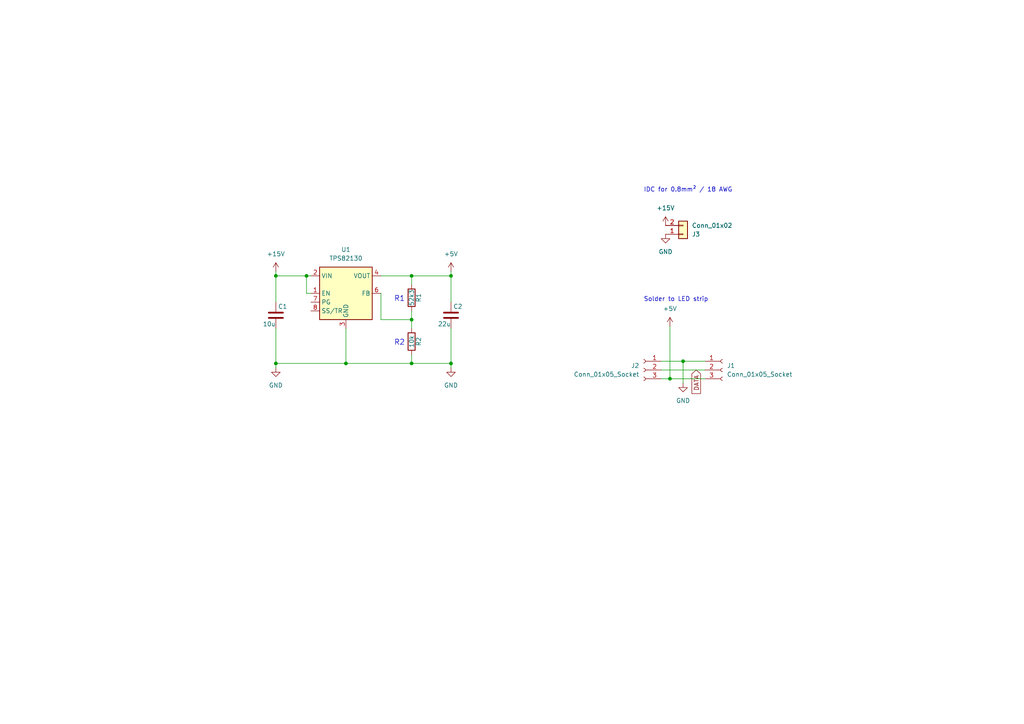
<source format=kicad_sch>
(kicad_sch (version 20230121) (generator eeschema)
  (paper "A4")
  (lib_symbols
    (symbol "Connector:Conn_01x03_Socket" (pin_names (offset 1.016) hide)
      (property "Reference" "J" (at 0 5.08 0))
      (property "Value" "Conn_01x03_Socket" (at 0 -5.08 0))
      (symbol "Conn_01x03_Socket_1_1"
        (arc (start 0 -2.032) (mid -0.5058 -2.54) (end 0 -3.048) (stroke (width 0.1524)))
        (polyline (pts (xy -1.27 -2.54) (xy -0.508 -2.54)) (stroke (width 0.1524)))
        (polyline (pts (xy -1.27 0) (xy -0.508 0)) (stroke (width 0.1524)))
        (polyline (pts (xy -1.27 2.54) (xy -0.508 2.54)) (stroke (width 0.1524)))
        (arc (start 0 0.508) (mid -0.5058 0) (end 0 -0.508) (stroke (width 0.1524)))
        (arc (start 0 3.048) (mid -0.5058 2.54) (end 0 2.032) (stroke (width 0.1524)))
        (pin passive line (at -5.08 2.54 0) (length 3.81) (name "Pin_1") (number "1"))
        (pin passive line (at -5.08 0 0) (length 3.81) (name "Pin_2") (number "2"))
        (pin passive line (at -5.08 -2.54 0) (length 3.81) (name "Pin_3") (number "3"))
      )
    )
    (symbol "Connector_Generic:Conn_01x02" (pin_names (offset 1.016) hide)
      (property "Reference" "J" (at 0 2.54 0))
      (property "Value" "Conn_01x02" (at 0 -5.08 0))
      (symbol "Conn_01x02_1_1"
        (rectangle (start -1.27 -2.413) (end 0 -2.667) (stroke (width 0.1524)))
        (rectangle (start -1.27 0.127) (end 0 -0.127) (stroke (width 0.1524)))
        (rectangle (start -1.27 1.27) (end 1.27 -3.81) (stroke (width 0.254)) (fill (type background)))
        (pin passive line (at -5.08 0 0) (length 3.81) (name "Pin_1") (number "1"))
        (pin passive line (at -5.08 -2.54 0) (length 3.81) (name "Pin_2") (number "2"))
      )
    )
    (symbol "Device:C" (pin_numbers hide) (pin_names (offset 0.254))
      (property "Reference" "C" (at 0.635 2.54 0))
      (property "Value" "C" (at 0.635 -2.54 0))
      (symbol "C_0_1"
        (polyline (pts (xy -2.032 -0.762) (xy 2.032 -0.762)) (stroke (width 0.508)))
        (polyline (pts (xy -2.032 0.762) (xy 2.032 0.762)) (stroke (width 0.508)))
      )
      (symbol "C_1_1"
        (pin passive line (at 0 3.81 270) (length 2.794) (name "~") (number "1"))
        (pin passive line (at 0 -3.81 90) (length 2.794) (name "~") (number "2"))
      )
    )
    (symbol "Device:R" (pin_numbers hide) (pin_names (offset 0))
      (property "Reference" "R" (at 2.032 0 90))
      (property "Value" "R" (at 0 0 90))
      (symbol "R_0_1"
        (rectangle (start -1.016 -2.54) (end 1.016 2.54) (stroke (width 0.254)))
      )
      (symbol "R_1_1"
        (pin passive line (at 0 3.81 270) (length 1.27) (name "~") (number "1"))
        (pin passive line (at 0 -3.81 90) (length 1.27) (name "~") (number "2"))
      )
    )
    (symbol "Regulator_Switching:TPS82130"
      (property "Reference" "U" (at 1.27 11.43 0))
      (property "Value" "TPS82130" (at 5.08 8.89 0))
      (symbol "TPS82130_0_1"
        (rectangle (start -7.62 7.62) (end 7.62 -7.62) (stroke (width 0.254)) (fill (type background)))
      )
      (symbol "TPS82130_1_1"
        (pin input line (at -10.16 0 0) (length 2.54) (name "EN") (number "1"))
        (pin power_in line (at -10.16 5.08 0) (length 2.54) (name "VIN") (number "2"))
        (pin power_in line (at 0 -10.16 90) (length 2.54) (name "GND") (number "3"))
        (pin power_out line (at 10.16 5.08 180) (length 2.54) (name "VOUT") (number "4"))
        (pin passive line (at 10.16 5.08 180) (length 2.54) hide (name "VOUT") (number "5"))
        (pin input line (at 10.16 0 180) (length 2.54) (name "FB") (number "6"))
        (pin open_collector line (at -10.16 -2.54 0) (length 2.54) (name "PG") (number "7"))
        (pin input line (at -10.16 -5.08 0) (length 2.54) (name "SS/TR") (number "8"))
        (pin passive line (at 0 -10.16 90) (length 2.54) hide (name "GND") (number "9"))
      )
    )
    (symbol "power:+15V" (power) (pin_names (offset 0))
      (property "Value" "+15V" (at 0 3.556 0))
      (symbol "+15V_0_1"
        (polyline (pts (xy -0.762 1.27) (xy 0 2.54)))
        (polyline (pts (xy 0 0) (xy 0 2.54)))
        (polyline (pts (xy 0 2.54) (xy 0.762 1.27)))
      )
      (symbol "+15V_1_1"
        (pin power_in line (at 0 0 90) (length 0) hide (name "+15V") (number "1"))
      )
    )
    (symbol "power:+5V" (power) (pin_names (offset 0))
      (property "Value" "+5V" (at 0 3.556 0))
      (symbol "+5V_0_1"
        (polyline (pts (xy -0.762 1.27) (xy 0 2.54)))
        (polyline (pts (xy 0 0) (xy 0 2.54)))
        (polyline (pts (xy 0 2.54) (xy 0.762 1.27)))
      )
      (symbol "+5V_1_1"
        (pin power_in line (at 0 0 90) (length 0) hide (name "+5V") (number "1"))
      )
    )
    (symbol "power:GND" (power) (pin_names (offset 0))
      (property "Value" "GND" (at 0 -3.81 0))
      (symbol "GND_0_1"
        (polyline (pts (xy 0 0) (xy 0 -1.27) (xy 1.27 -1.27) (xy 0 -2.54) (xy -1.27 -1.27) (xy 0 -1.27)))
      )
      (symbol "GND_1_1"
        (pin power_in line (at 0 0 270) (length 0) hide (name "GND") (number "1"))
      )
    )
  )
  (junction (at 80.01 80.01))
  (junction (at 194.31 109.855))
  (junction (at 119.38 92.71))
  (junction (at 119.38 105.41))
  (junction (at 88.9 80.01))
  (junction (at 130.81 80.01))
  (junction (at 119.38 80.01))
  (junction (at 198.12 104.775))
  (junction (at 100.33 105.41))
  (junction (at 80.01 105.41))
  (junction (at 130.81 105.41))
  (wire (pts (xy 100.33 95.25) (xy 100.33 105.41)))
  (wire (pts (xy 119.38 105.41) (xy 130.81 105.41)))
  (wire (pts (xy 191.77 109.855) (xy 194.31 109.855)))
  (wire (pts (xy 194.31 94.615) (xy 194.31 109.855)))
  (wire (pts (xy 119.38 80.01) (xy 130.81 80.01)))
  (wire (pts (xy 80.01 105.41) (xy 80.01 106.68)))
  (wire (pts (xy 119.38 105.41) (xy 119.38 102.87)))
  (wire (pts (xy 119.38 90.17) (xy 119.38 92.71)))
  (wire (pts (xy 80.01 80.01) (xy 80.01 87.63)))
  (wire (pts (xy 90.17 80.01) (xy 88.9 80.01)))
  (wire (pts (xy 130.81 78.74) (xy 130.81 80.01)))
  (wire (pts (xy 130.81 105.41) (xy 130.81 106.68)))
  (wire (pts (xy 88.9 80.01) (xy 80.01 80.01)))
  (wire (pts (xy 90.17 85.09) (xy 88.9 85.09)))
  (wire (pts (xy 191.77 107.315) (xy 204.47 107.315)))
  (wire (pts (xy 194.31 109.855) (xy 204.47 109.855)))
  (wire (pts (xy 198.12 104.775) (xy 198.12 111.125)))
  (wire (pts (xy 110.49 92.71) (xy 119.38 92.71)))
  (wire (pts (xy 100.33 105.41) (xy 119.38 105.41)))
  (wire (pts (xy 80.01 80.01) (xy 80.01 78.74)))
  (wire (pts (xy 100.33 105.41) (xy 80.01 105.41)))
  (wire (pts (xy 80.01 95.25) (xy 80.01 105.41)))
  (wire (pts (xy 110.49 80.01) (xy 119.38 80.01)))
  (wire (pts (xy 88.9 80.01) (xy 88.9 85.09)))
  (wire (pts (xy 198.12 104.775) (xy 204.47 104.775)))
  (wire (pts (xy 119.38 92.71) (xy 119.38 95.25)))
  (wire (pts (xy 191.77 104.775) (xy 198.12 104.775)))
  (wire (pts (xy 110.49 85.09) (xy 110.49 92.71)))
  (wire (pts (xy 130.81 80.01) (xy 130.81 87.63)))
  (wire (pts (xy 130.81 105.41) (xy 130.81 95.25)))
  (wire (pts (xy 119.38 80.01) (xy 119.38 82.55)))
  (text "Solder to LED strip" (at 186.69 87.63 0) (effects (font (size 1.27 1.27)) (justify left bottom)))
  (text "R1" (at 114.3 87.63 0) (effects (font (size 1.524 1.524)) (justify left bottom)))
  (text "R2" (at 114.3 100.33 0) (effects (font (size 1.524 1.524)) (justify left bottom)))
  (text "IDC for 0.8mm² / 18 AWG" (at 186.69 55.88 0) (effects (font (size 1.27 1.27)) (justify left bottom)))
  (global_label "DATA" (shape input) (at 201.93 107.315 270) (property "Intersheetrefs" "${INTERSHEET_REFS}" (effects hide)))
  (symbol (lib_id "Device:C") (at 130.81 91.44 0) (unit 1)
    (property "Reference" "C2" (at 131.445 88.9 0) (effects (justify left)))
    (property "Value" "22u" (at 127 93.98 0) (effects (justify left)))
    (property "Footprint" "Capacitor_SMD:C_0805_2012Metric" (effects hide))
  )
  (symbol (lib_id "power:+5V") (at 130.81 78.74 0) (unit 1)
    (property "Reference" "#PWR06" (effects hide))
    (property "Value" "+5V" (at 130.81 73.66 0))
  )
  (symbol (lib_id "Device:R") (at 119.38 86.36 0) (unit 1)
    (property "Reference" "R1" (at 121.412 86.36 90))
    (property "Value" "52k3" (at 119.38 86.36 90))
    (property "Footprint" "Resistor_SMD:R_0603_1608Metric" (effects hide))
  )
  (symbol (lib_id "power:+5V") (at 194.31 94.615 0) (unit 1)
    (property "Reference" "#PWR04" (effects hide))
    (property "Value" "+5V" (at 194.31 89.535 0))
  )
  (symbol (lib_id "Device:R") (at 119.38 99.06 0) (unit 1)
    (property "Reference" "R2" (at 121.412 99.06 90))
    (property "Value" "10k" (at 119.38 99.06 90))
    (property "Footprint" "Resistor_SMD:R_0603_1608Metric" (effects hide))
  )
  (symbol (lib_id "Connector_Generic:Conn_01x02") (at 198.12 67.945 0) (mirror x) (unit 1)
    (property "Reference" "J3" (at 200.66 67.945 0) (effects (justify left)))
    (property "Value" "Conn_01x02" (at 200.66 65.405 0) (effects (justify left)))
    (property "Footprint" "local:Kyocera-009176002001906" (effects hide))
  )
  (symbol (lib_id "Regulator_Switching:TPS82130") (at 100.33 85.09 0) (unit 1)
    (property "Reference" "U1" (at 100.33 72.39 0))
    (property "Value" "TPS82130" (at 100.33 74.93 0))
    (property "Footprint" "local:TPS82130" (effects hide))
    (property "Datasheet" "http://www.ti.com/lit/ds/symlink/tps82130.pdf" (effects hide))
  )
  (symbol (lib_id "Connector:Conn_01x03_Socket") (at 186.69 107.315 0) (mirror y) (unit 1)
    (property "Reference" "J2" (at 185.42 106.045 0) (effects (justify left)))
    (property "Value" "Conn_01x05_Socket" (at 185.42 108.585 0) (effects (justify left)))
    (property "Footprint" "local:Holes" (effects hide))
  )
  (symbol (lib_id "power:GND") (at 193.04 67.945 0) (unit 1)
    (property "Reference" "#PWR08" (effects hide))
    (property "Value" "GND" (at 193.04 73.025 0))
  )
  (symbol (lib_id "Device:C") (at 80.01 91.44 0) (unit 1)
    (property "Reference" "C1" (at 80.645 88.9 0) (effects (justify left)))
    (property "Value" "10u" (at 76.2 93.98 0) (effects (justify left)))
    (property "Footprint" "Capacitor_SMD:C_1206_3216Metric" (effects hide))
  )
  (symbol (lib_id "power:GND") (at 130.81 106.68 0) (unit 1)
    (property "Reference" "#PWR07" (effects hide))
    (property "Value" "GND" (at 130.81 111.76 0))
  )
  (symbol (lib_id "Connector:Conn_01x03_Socket") (at 209.55 107.315 0) (unit 1)
    (property "Reference" "J1" (at 210.82 106.045 0) (effects (justify left)))
    (property "Value" "Conn_01x05_Socket" (at 210.82 108.585 0) (effects (justify left)))
    (property "Footprint" "local:Holes" (effects hide))
  )
  (symbol (lib_id "power:GND") (at 80.01 106.68 0) (unit 1)
    (property "Reference" "#PWR01" (effects hide))
    (property "Value" "GND" (at 80.01 111.76 0))
  )
  (symbol (lib_id "power:+15V") (at 193.04 65.405 0) (unit 1)
    (property "Reference" "#PWR09" (effects hide))
    (property "Value" "+15V" (at 193.04 60.325 0))
  )
  (symbol (lib_id "power:+15V") (at 80.01 78.74 0) (unit 1)
    (property "Reference" "#PWR05" (effects hide))
    (property "Value" "+15V" (at 80.01 73.66 0))
  )
  (symbol (lib_id "power:GND") (at 198.12 111.125 0) (unit 1)
    (property "Reference" "#PWR02" (effects hide))
    (property "Value" "GND" (at 198.12 116.205 0))
  )
)
</source>
